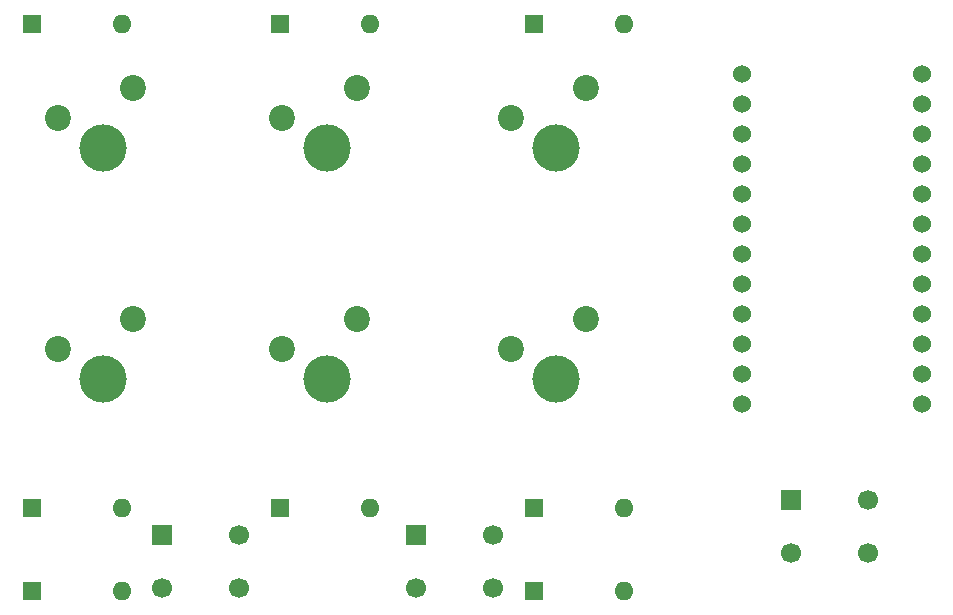
<source format=gbr>
%TF.GenerationSoftware,KiCad,Pcbnew,7.0.9*%
%TF.CreationDate,2024-01-20T20:31:14+09:00*%
%TF.ProjectId,cardsize_keyboad,63617264-7369-47a6-955f-6b6579626f61,rev?*%
%TF.SameCoordinates,PX34f3078PY5614798*%
%TF.FileFunction,Soldermask,Top*%
%TF.FilePolarity,Negative*%
%FSLAX46Y46*%
G04 Gerber Fmt 4.6, Leading zero omitted, Abs format (unit mm)*
G04 Created by KiCad (PCBNEW 7.0.9) date 2024-01-20 20:31:14*
%MOMM*%
%LPD*%
G01*
G04 APERTURE LIST*
%ADD10C,4.000000*%
%ADD11C,2.200000*%
%ADD12R,1.600000X1.600000*%
%ADD13O,1.600000X1.600000*%
%ADD14R,1.700000X1.700000*%
%ADD15C,1.700000*%
%ADD16C,1.524000*%
G04 APERTURE END LIST*
D10*
%TO.C,SW5*%
X32810000Y20010000D03*
D11*
X35350000Y25090000D03*
X29000000Y22550000D03*
%TD*%
D12*
%TO.C,D5*%
X28850000Y9090000D03*
D13*
X36470000Y9090000D03*
%TD*%
D10*
%TO.C,SW2*%
X32810000Y39550000D03*
D11*
X35350000Y44630000D03*
X29000000Y42090000D03*
%TD*%
D14*
%TO.C,SW8*%
X18850000Y6840000D03*
D15*
X25350000Y6840000D03*
X18850000Y2340000D03*
X25350000Y2340000D03*
%TD*%
D12*
%TO.C,D3*%
X7850000Y50090000D03*
D13*
X15470000Y50090000D03*
%TD*%
D12*
%TO.C,D8*%
X7850000Y2090000D03*
D13*
X15470000Y2090000D03*
%TD*%
D12*
%TO.C,D1*%
X50350000Y50090000D03*
D13*
X57970000Y50090000D03*
%TD*%
D14*
%TO.C,SW0*%
X72100000Y9761400D03*
D15*
X78600000Y9761400D03*
X72100000Y5261400D03*
X78600000Y5261400D03*
%TD*%
D10*
%TO.C,SW4*%
X52160000Y20050000D03*
D11*
X54700000Y25130000D03*
X48350000Y22590000D03*
%TD*%
D10*
%TO.C,SW3*%
X13810000Y39550000D03*
D11*
X16350000Y44630000D03*
X10000000Y42090000D03*
%TD*%
D10*
%TO.C,SW1*%
X52160000Y39550000D03*
D11*
X54700000Y44630000D03*
X48350000Y42090000D03*
%TD*%
D12*
%TO.C,D7*%
X50350000Y2090000D03*
D13*
X57970000Y2090000D03*
%TD*%
D14*
%TO.C,SW7*%
X40350000Y6840000D03*
D15*
X46850000Y6840000D03*
X40350000Y2340000D03*
X46850000Y2340000D03*
%TD*%
D10*
%TO.C,SW6*%
X13810000Y20010000D03*
D11*
X16350000Y25090000D03*
X10000000Y22550000D03*
%TD*%
D12*
%TO.C,D2*%
X28850000Y50090000D03*
D13*
X36470000Y50090000D03*
%TD*%
D12*
%TO.C,D4*%
X50350000Y9090000D03*
D13*
X57970000Y9090000D03*
%TD*%
D12*
%TO.C,D6*%
X7850000Y9090000D03*
D13*
X15470000Y9090000D03*
%TD*%
D16*
%TO.C,U1*%
X67960000Y45820000D03*
X67960000Y43280000D03*
X67960000Y40740000D03*
X67960000Y38200000D03*
X67960000Y35660000D03*
X67960000Y33120000D03*
X67960000Y30580000D03*
X67960000Y28040000D03*
X67960000Y25500000D03*
X67960000Y22960000D03*
X67960000Y20420000D03*
X67960000Y17880000D03*
X83180000Y17880000D03*
X83180000Y20420000D03*
X83180000Y22960000D03*
X83180000Y25500000D03*
X83180000Y28040000D03*
X83180000Y30580000D03*
X83180000Y33120000D03*
X83180000Y35660000D03*
X83180000Y38200000D03*
X83180000Y40740000D03*
X83180000Y43280000D03*
X83180000Y45820000D03*
%TD*%
M02*

</source>
